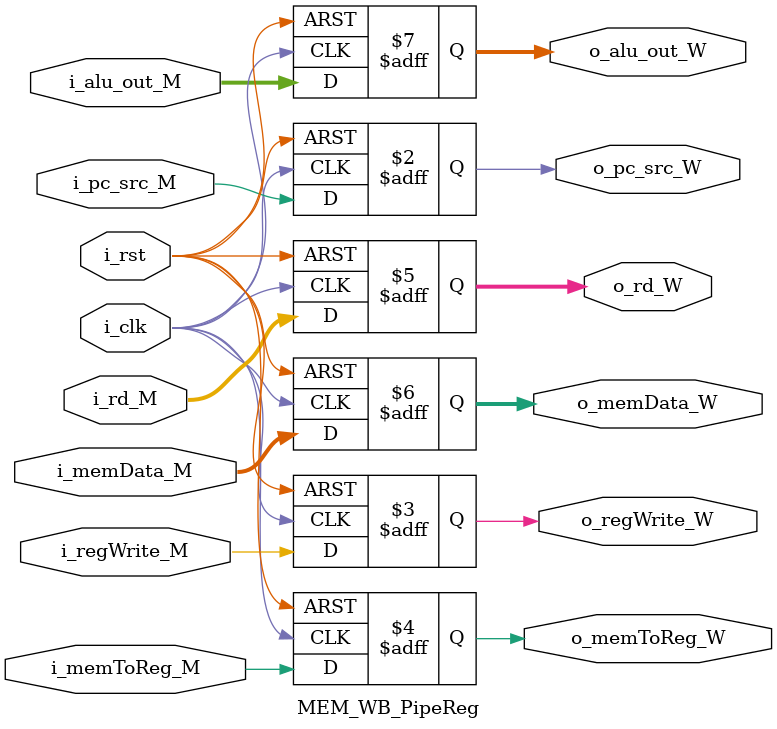
<source format=v>

/* Instruction Decode Pipeline register*/
// Passes the Instruction fetched and PC+4 value to the Decode Stage
// Includes flush and stall for hazard handling


// Inputs:
//   i_clk              : system clock input
//   i_rst              : reset input
//   i_stall            : stall input from hazard unit
//   i_flush            : flush input from hazard unit 
//   i_pc_plus_4_in     : program counter + 4 value
//   i_instruction_in   : incoming instruction fetched

// Outputs:
//   i_pc_plus_4_out    : outputs the PC+4 value to the Decode stage 
//   i_instruction_out  : outputs 18-bit instruction that was fetched to the Decode stage

module IF_ID_PipeReg #(
    parameter INSTRUCTION_WIDTH = 18,
    parameter ADDRESS_WIDTH = 14
) (
    input i_clk,
    input i_rst,
    input i_stallD,                                  // if set, hold current values
    input i_flushD,                                  // if set, clear outputs (e.g., after branch mispredict)
    input [ADDRESS_WIDTH-1:0] i_pc_plus_4_F,       // Assuming 14-bit PC
    input [INSTRUCTION_WIDTH-1:0] i_instruction_F,   // Assuming 18-bit instruction width
    output reg [ADDRESS_WIDTH-1:0] o_pc_plus_4_D,
    output reg [INSTRUCTION_WIDTH-1:0] o_instruction_D
);
    

always @(posedge i_clk or posedge i_rst) begin
    
    if (i_rst || i_flushD) begin
        o_pc_plus_4_D <= 0;
        o_instruction_D <= 0;
    end
    else if (!i_stallD) begin
        o_pc_plus_4_D <= i_pc_plus_4_F;
        o_instruction_D <= i_instruction_F;
    end
    // If i_stall then retain previous values
end
endmodule




// Date: May 16th, 2025: 
// Author: Evan Wu 

/* Instruction Execution Pipeline register*/
// Transfers decoded control and data signals from ID to EX stage.
// Used to maintain state between stages in a pipelined processor.
// Flush signal included for clearing values in case branch was not predicted corretly

module ID_EX_PipeReg #(
    parameter INSTRUCTION_WIDTH = 18,
    parameter ADDRESS_WIDTH = 14,
    parameter DATA_WIDTH = 36,
    parameter ALU_OP_WIDTH = 3
) (
    // Inputs
    input i_clk,
    input i_rst,                                  // if set, hold current values
    input i_flush,                                  // if set, clear outputs (e.g., after branch mispredict)
    input i_pc_src_D, 
    input i_memToReg_D,
    input i_memWrite_D, 
    input i_memRead_D,
    input i_regWrite_D,
    input i_alu_src_D,
    input [ALU_OP_WIDTH-1:0] i_alu_op_D,
    input i_branch_D,


    // Register file data 
    input [1:0] i_rd_D, 
    input [DATA_WIDTH-1:0] i_rs1_data_D,
    input [DATA_WIDTH-1:0] i_rs2_data_D,
    input [DATA_WIDTH-1:0] i_imm_ext_D,

    // Output
    output reg o_pc_src_E, 
    output reg o_memToReg_E,
    output reg o_memWrite_E, 
    output reg o_memRead_E,
    output reg o_regWrite_E,
    output reg o_alu_src_E,
    output reg [ALU_OP_WIDTH-1:0] o_alu_op_E,
    output reg o_branch_E,

    output reg [1:0] o_rd_E,
    output reg [DATA_WIDTH-1:0] o_rs1_data_E,
    output reg  [DATA_WIDTH-1:0] o_rs2_data_E,
    output reg [DATA_WIDTH-1:0] o_imm_ext_E
);


always @(posedge i_clk or posedge i_rst) begin
    
    if (i_rst || i_flush) begin
        o_pc_src_E   <= 0;
        o_memToReg_E <= 0;
        o_memWrite_E <= 0;
        o_memRead_E  <= 0;
        o_regWrite_E <= 0;
        o_alu_src_E  <= 0;
        o_alu_op_E   <= 0;
        o_branch_E   <= 0;
        o_rs1_data_E <= 0;
        o_rs2_data_E <= 0;
        o_imm_ext_E  <= 0;
        o_rd_E       <= 0;
    end
    else begin
        o_pc_src_E   <= i_pc_src_D;
        o_memToReg_E <= i_memToReg_D;
        o_memWrite_E <= i_memWrite_D;
        o_memRead_E  <= i_memRead_D;
        o_regWrite_E <= i_regWrite_D;
        o_alu_src_E  <= i_alu_src_D;
        o_alu_op_E   <= i_alu_op_D;
        o_branch_E   <= i_branch_D;
        o_rs1_data_E <= i_rs1_data_D;
        o_rs2_data_E <= i_rs2_data_D;
        o_imm_ext_E  <= i_imm_ext_D;
        o_rd_E       <= i_rd_D;
    end
end
endmodule


// Date: May 16th, 2025: 
// Author: Evan Wu 

/* Execution Memory Pipeline register*/
// Transfers decoded memory control signals and ALU outputs from EX to MEM stage.
// Used to maintain state between stages in a pipelined processor.

module EX_MEM_PipeReg #(
    parameter INSTRUCTION_WIDTH = 18,
    parameter ADDRESS_WIDTH = 14,
    parameter DATA_WIDTH = 36
) (
    // Inputs
    input i_clk,
    input i_rst,
    input i_pc_src_E, 
    input i_regWrite_E,
    input i_memToReg_E,
    input i_memWrite_E,
    input i_memRead_E,
    input [1:0] i_rd_E,
    input [DATA_WIDTH-1:0] i_alu_out_E,
    input [DATA_WIDTH-1:0] i_writeData_E,


    // Output
    output reg o_pc_src_M, 
    output reg o_regWrite_M,
    output reg o_memToReg_M,
    output reg o_memWrite_M,
    output reg o_memRead_M,
    output reg [1:0] o_rd_M,
    output reg [DATA_WIDTH-1:0] o_alu_out_M,
    output reg [DATA_WIDTH-1:0] o_writedata_M
);


always @(posedge i_clk or posedge i_rst) begin
    if (i_rst) begin
        o_pc_src_M      <= 0;
        o_regWrite_M    <= 0;
        o_memToReg_M    <= 0;
        o_memWrite_M    <= 0;
        o_memRead_M     <= 0;
        o_rd_M          <= 0;
        o_alu_out_M     <= 0;
        o_writedata_M   <= 0;
    end
    else begin
        o_pc_src_M      <= i_pc_src_E;
        o_regWrite_M    <= i_regWrite_E;
        o_memToReg_M    <= i_memToReg_E;
        o_memWrite_M    <= i_memWrite_E;
        o_memRead_M     <= i_memRead_E;
        o_rd_M          <= i_rd_E;
        o_alu_out_M     <= i_alu_out_E;
        o_writedata_M   <= i_writeData_E;
    end
end
endmodule


// Date: May 16th, 2025: 
// Author: Evan Wu 

/* Memory Writeback Pipeline register*/
// Transfers ALU output and memory data from MEM to WB stage.
// Used to maintain state between stages in a pipelined processor.

module MEM_WB_PipeReg #(
    parameter INSTRUCTION_WIDTH = 18,
    parameter ADDRESS_WIDTH = 14,
    parameter DATA_WIDTH = 36
) (
    // Inputs
    input i_clk,
    input i_rst,

    input i_pc_src_M, 
    input i_regWrite_M,
    input i_memToReg_M,
    input [1:0] i_rd_M,
    input [DATA_WIDTH-1:0] i_memData_M, 
    input [DATA_WIDTH-1:0] i_alu_out_M,

    // Output
    output reg o_pc_src_W, 
    output reg o_regWrite_W,
    output reg o_memToReg_W,
    output reg [1:0] o_rd_W, 
    output reg [DATA_WIDTH-1:0] o_memData_W,
    output reg [DATA_WIDTH-1:0] o_alu_out_W 
);


always @(posedge i_clk or posedge i_rst) begin

    if (i_rst) begin
        o_pc_src_W      <= 0;
        o_regWrite_W    <= 0;
        o_memToReg_W    <= 0;
        o_rd_W          <= 0;
        o_memData_W     <= 0;
        o_alu_out_W     <= 0;
    end
    else begin
        o_pc_src_W      <= i_pc_src_M;
        o_regWrite_W    <= i_regWrite_M;
        o_memToReg_W    <= i_memToReg_M;
        o_rd_W          <= i_rd_M;
        o_memData_W     <= i_memData_M;
        o_alu_out_W     <= i_alu_out_M;
    end
end
endmodule
</source>
